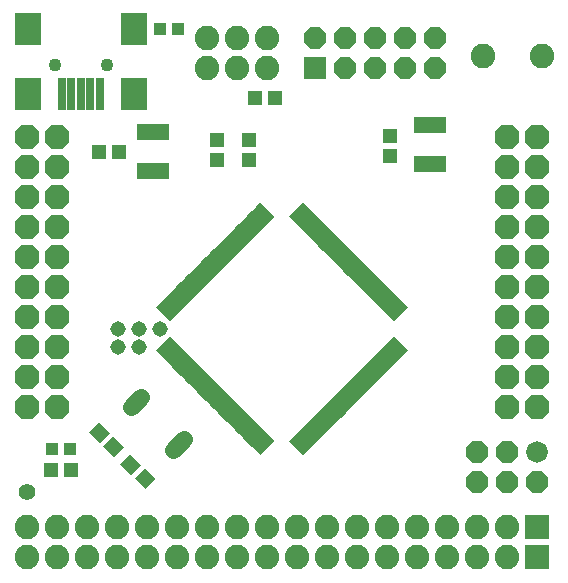
<source format=gts>
G75*
G70*
%OFA0B0*%
%FSLAX24Y24*%
%IPPOS*%
%LPD*%
%AMOC8*
5,1,8,0,0,1.08239X$1,22.5*
%
%ADD10R,0.0671X0.0218*%
%ADD11R,0.0218X0.0671*%
%ADD12C,0.0560*%
%ADD13C,0.0720*%
%ADD14OC8,0.0720*%
%ADD15R,0.0720X0.0720*%
%ADD16R,0.0277X0.1064*%
%ADD17R,0.0867X0.1064*%
%ADD18C,0.0434*%
%ADD19R,0.0513X0.0474*%
%ADD20R,0.0474X0.0513*%
%ADD21R,0.0395X0.0395*%
%ADD22R,0.1064X0.0552*%
%ADD23C,0.0820*%
%ADD24OC8,0.0820*%
%ADD25R,0.0820X0.0820*%
%ADD26C,0.0517*%
%ADD27C,0.0556*%
D10*
G36*
X007563Y007643D02*
X007091Y007171D01*
X006937Y007325D01*
X007409Y007797D01*
X007563Y007643D01*
G37*
G36*
X007702Y007504D02*
X007230Y007032D01*
X007076Y007186D01*
X007548Y007658D01*
X007702Y007504D01*
G37*
G36*
X007842Y007365D02*
X007370Y006893D01*
X007216Y007047D01*
X007688Y007519D01*
X007842Y007365D01*
G37*
G36*
X007981Y007225D02*
X007509Y006753D01*
X007355Y006907D01*
X007827Y007379D01*
X007981Y007225D01*
G37*
G36*
X008120Y007086D02*
X007648Y006614D01*
X007494Y006768D01*
X007966Y007240D01*
X008120Y007086D01*
G37*
G36*
X008259Y006947D02*
X007787Y006475D01*
X007633Y006629D01*
X008105Y007101D01*
X008259Y006947D01*
G37*
G36*
X008398Y006808D02*
X007926Y006336D01*
X007772Y006490D01*
X008244Y006962D01*
X008398Y006808D01*
G37*
G36*
X008538Y006669D02*
X008066Y006197D01*
X007912Y006351D01*
X008384Y006823D01*
X008538Y006669D01*
G37*
G36*
X008677Y006529D02*
X008205Y006057D01*
X008051Y006211D01*
X008523Y006683D01*
X008677Y006529D01*
G37*
G36*
X008816Y006390D02*
X008344Y005918D01*
X008190Y006072D01*
X008662Y006544D01*
X008816Y006390D01*
G37*
G36*
X008955Y006251D02*
X008483Y005779D01*
X008329Y005933D01*
X008801Y006405D01*
X008955Y006251D01*
G37*
G36*
X009094Y006112D02*
X008622Y005640D01*
X008468Y005794D01*
X008940Y006266D01*
X009094Y006112D01*
G37*
G36*
X009234Y005973D02*
X008762Y005501D01*
X008608Y005655D01*
X009080Y006127D01*
X009234Y005973D01*
G37*
G36*
X009373Y005833D02*
X008901Y005361D01*
X008747Y005515D01*
X009219Y005987D01*
X009373Y005833D01*
G37*
G36*
X009512Y005694D02*
X009040Y005222D01*
X008886Y005376D01*
X009358Y005848D01*
X009512Y005694D01*
G37*
G36*
X009651Y005555D02*
X009179Y005083D01*
X009025Y005237D01*
X009497Y005709D01*
X009651Y005555D01*
G37*
G36*
X009790Y005416D02*
X009318Y004944D01*
X009164Y005098D01*
X009636Y005570D01*
X009790Y005416D01*
G37*
G36*
X007424Y007782D02*
X006952Y007310D01*
X006798Y007464D01*
X007270Y007936D01*
X007424Y007782D01*
G37*
G36*
X007285Y007921D02*
X006813Y007449D01*
X006659Y007603D01*
X007131Y008075D01*
X007285Y007921D01*
G37*
G36*
X007146Y008061D02*
X006674Y007589D01*
X006520Y007743D01*
X006992Y008215D01*
X007146Y008061D01*
G37*
G36*
X007007Y008200D02*
X006535Y007728D01*
X006381Y007882D01*
X006853Y008354D01*
X007007Y008200D01*
G37*
G36*
X006867Y008339D02*
X006395Y007867D01*
X006241Y008021D01*
X006713Y008493D01*
X006867Y008339D01*
G37*
G36*
X006728Y008478D02*
X006256Y008006D01*
X006102Y008160D01*
X006574Y008632D01*
X006728Y008478D01*
G37*
G36*
X006589Y008617D02*
X006117Y008145D01*
X005963Y008299D01*
X006435Y008771D01*
X006589Y008617D01*
G37*
G36*
X006450Y008757D02*
X005978Y008285D01*
X005824Y008439D01*
X006296Y008911D01*
X006450Y008757D01*
G37*
G36*
X011043Y013072D02*
X010571Y012600D01*
X010417Y012754D01*
X010889Y013226D01*
X011043Y013072D01*
G37*
G36*
X011182Y012932D02*
X010710Y012460D01*
X010556Y012614D01*
X011028Y013086D01*
X011182Y012932D01*
G37*
G36*
X011322Y012793D02*
X010850Y012321D01*
X010696Y012475D01*
X011168Y012947D01*
X011322Y012793D01*
G37*
G36*
X011461Y012654D02*
X010989Y012182D01*
X010835Y012336D01*
X011307Y012808D01*
X011461Y012654D01*
G37*
G36*
X011600Y012515D02*
X011128Y012043D01*
X010974Y012197D01*
X011446Y012669D01*
X011600Y012515D01*
G37*
G36*
X011739Y012376D02*
X011267Y011904D01*
X011113Y012058D01*
X011585Y012530D01*
X011739Y012376D01*
G37*
G36*
X011878Y012236D02*
X011406Y011764D01*
X011252Y011918D01*
X011724Y012390D01*
X011878Y012236D01*
G37*
G36*
X012017Y012097D02*
X011545Y011625D01*
X011391Y011779D01*
X011863Y012251D01*
X012017Y012097D01*
G37*
G36*
X012157Y011958D02*
X011685Y011486D01*
X011531Y011640D01*
X012003Y012112D01*
X012157Y011958D01*
G37*
G36*
X012296Y011819D02*
X011824Y011347D01*
X011670Y011501D01*
X012142Y011973D01*
X012296Y011819D01*
G37*
G36*
X012435Y011680D02*
X011963Y011208D01*
X011809Y011362D01*
X012281Y011834D01*
X012435Y011680D01*
G37*
G36*
X012574Y011540D02*
X012102Y011068D01*
X011948Y011222D01*
X012420Y011694D01*
X012574Y011540D01*
G37*
G36*
X012713Y011401D02*
X012241Y010929D01*
X012087Y011083D01*
X012559Y011555D01*
X012713Y011401D01*
G37*
G36*
X012853Y011262D02*
X012381Y010790D01*
X012227Y010944D01*
X012699Y011416D01*
X012853Y011262D01*
G37*
G36*
X012992Y011123D02*
X012520Y010651D01*
X012366Y010805D01*
X012838Y011277D01*
X012992Y011123D01*
G37*
G36*
X013131Y010984D02*
X012659Y010512D01*
X012505Y010666D01*
X012977Y011138D01*
X013131Y010984D01*
G37*
G36*
X013270Y010844D02*
X012798Y010372D01*
X012644Y010526D01*
X013116Y010998D01*
X013270Y010844D01*
G37*
G36*
X013409Y010705D02*
X012937Y010233D01*
X012783Y010387D01*
X013255Y010859D01*
X013409Y010705D01*
G37*
G36*
X013549Y010566D02*
X013077Y010094D01*
X012923Y010248D01*
X013395Y010720D01*
X013549Y010566D01*
G37*
G36*
X013688Y010427D02*
X013216Y009955D01*
X013062Y010109D01*
X013534Y010581D01*
X013688Y010427D01*
G37*
G36*
X013827Y010288D02*
X013355Y009816D01*
X013201Y009970D01*
X013673Y010442D01*
X013827Y010288D01*
G37*
G36*
X013966Y010148D02*
X013494Y009676D01*
X013340Y009830D01*
X013812Y010302D01*
X013966Y010148D01*
G37*
G36*
X014105Y010009D02*
X013633Y009537D01*
X013479Y009691D01*
X013951Y010163D01*
X014105Y010009D01*
G37*
G36*
X014245Y009870D02*
X013773Y009398D01*
X013619Y009552D01*
X014091Y010024D01*
X014245Y009870D01*
G37*
G36*
X010904Y013211D02*
X010432Y012739D01*
X010278Y012893D01*
X010750Y013365D01*
X010904Y013211D01*
G37*
D11*
G36*
X009790Y012893D02*
X009636Y012739D01*
X009164Y013211D01*
X009318Y013365D01*
X009790Y012893D01*
G37*
G36*
X009651Y012754D02*
X009497Y012600D01*
X009025Y013072D01*
X009179Y013226D01*
X009651Y012754D01*
G37*
G36*
X009512Y012614D02*
X009358Y012460D01*
X008886Y012932D01*
X009040Y013086D01*
X009512Y012614D01*
G37*
G36*
X009373Y012475D02*
X009219Y012321D01*
X008747Y012793D01*
X008901Y012947D01*
X009373Y012475D01*
G37*
G36*
X009234Y012336D02*
X009080Y012182D01*
X008608Y012654D01*
X008762Y012808D01*
X009234Y012336D01*
G37*
G36*
X009094Y012197D02*
X008940Y012043D01*
X008468Y012515D01*
X008622Y012669D01*
X009094Y012197D01*
G37*
G36*
X008955Y012058D02*
X008801Y011904D01*
X008329Y012376D01*
X008483Y012530D01*
X008955Y012058D01*
G37*
G36*
X008816Y011918D02*
X008662Y011764D01*
X008190Y012236D01*
X008344Y012390D01*
X008816Y011918D01*
G37*
G36*
X008677Y011779D02*
X008523Y011625D01*
X008051Y012097D01*
X008205Y012251D01*
X008677Y011779D01*
G37*
G36*
X008538Y011640D02*
X008384Y011486D01*
X007912Y011958D01*
X008066Y012112D01*
X008538Y011640D01*
G37*
G36*
X008398Y011501D02*
X008244Y011347D01*
X007772Y011819D01*
X007926Y011973D01*
X008398Y011501D01*
G37*
G36*
X008259Y011362D02*
X008105Y011208D01*
X007633Y011680D01*
X007787Y011834D01*
X008259Y011362D01*
G37*
G36*
X008120Y011222D02*
X007966Y011068D01*
X007494Y011540D01*
X007648Y011694D01*
X008120Y011222D01*
G37*
G36*
X007981Y011083D02*
X007827Y010929D01*
X007355Y011401D01*
X007509Y011555D01*
X007981Y011083D01*
G37*
G36*
X007842Y010944D02*
X007688Y010790D01*
X007216Y011262D01*
X007370Y011416D01*
X007842Y010944D01*
G37*
G36*
X007702Y010805D02*
X007548Y010651D01*
X007076Y011123D01*
X007230Y011277D01*
X007702Y010805D01*
G37*
G36*
X007563Y010666D02*
X007409Y010512D01*
X006937Y010984D01*
X007091Y011138D01*
X007563Y010666D01*
G37*
G36*
X007424Y010526D02*
X007270Y010372D01*
X006798Y010844D01*
X006952Y010998D01*
X007424Y010526D01*
G37*
G36*
X007285Y010387D02*
X007131Y010233D01*
X006659Y010705D01*
X006813Y010859D01*
X007285Y010387D01*
G37*
G36*
X007146Y010248D02*
X006992Y010094D01*
X006520Y010566D01*
X006674Y010720D01*
X007146Y010248D01*
G37*
G36*
X007007Y010109D02*
X006853Y009955D01*
X006381Y010427D01*
X006535Y010581D01*
X007007Y010109D01*
G37*
G36*
X006867Y009970D02*
X006713Y009816D01*
X006241Y010288D01*
X006395Y010442D01*
X006867Y009970D01*
G37*
G36*
X006728Y009830D02*
X006574Y009676D01*
X006102Y010148D01*
X006256Y010302D01*
X006728Y009830D01*
G37*
G36*
X006589Y009691D02*
X006435Y009537D01*
X005963Y010009D01*
X006117Y010163D01*
X006589Y009691D01*
G37*
G36*
X006450Y009552D02*
X006296Y009398D01*
X005824Y009870D01*
X005978Y010024D01*
X006450Y009552D01*
G37*
G36*
X011043Y005237D02*
X010889Y005083D01*
X010417Y005555D01*
X010571Y005709D01*
X011043Y005237D01*
G37*
G36*
X011182Y005376D02*
X011028Y005222D01*
X010556Y005694D01*
X010710Y005848D01*
X011182Y005376D01*
G37*
G36*
X011322Y005515D02*
X011168Y005361D01*
X010696Y005833D01*
X010850Y005987D01*
X011322Y005515D01*
G37*
G36*
X011461Y005655D02*
X011307Y005501D01*
X010835Y005973D01*
X010989Y006127D01*
X011461Y005655D01*
G37*
G36*
X011600Y005794D02*
X011446Y005640D01*
X010974Y006112D01*
X011128Y006266D01*
X011600Y005794D01*
G37*
G36*
X011739Y005933D02*
X011585Y005779D01*
X011113Y006251D01*
X011267Y006405D01*
X011739Y005933D01*
G37*
G36*
X011878Y006072D02*
X011724Y005918D01*
X011252Y006390D01*
X011406Y006544D01*
X011878Y006072D01*
G37*
G36*
X012017Y006211D02*
X011863Y006057D01*
X011391Y006529D01*
X011545Y006683D01*
X012017Y006211D01*
G37*
G36*
X012157Y006351D02*
X012003Y006197D01*
X011531Y006669D01*
X011685Y006823D01*
X012157Y006351D01*
G37*
G36*
X012296Y006490D02*
X012142Y006336D01*
X011670Y006808D01*
X011824Y006962D01*
X012296Y006490D01*
G37*
G36*
X012435Y006629D02*
X012281Y006475D01*
X011809Y006947D01*
X011963Y007101D01*
X012435Y006629D01*
G37*
G36*
X012574Y006768D02*
X012420Y006614D01*
X011948Y007086D01*
X012102Y007240D01*
X012574Y006768D01*
G37*
G36*
X012713Y006907D02*
X012559Y006753D01*
X012087Y007225D01*
X012241Y007379D01*
X012713Y006907D01*
G37*
G36*
X012853Y007047D02*
X012699Y006893D01*
X012227Y007365D01*
X012381Y007519D01*
X012853Y007047D01*
G37*
G36*
X012992Y007186D02*
X012838Y007032D01*
X012366Y007504D01*
X012520Y007658D01*
X012992Y007186D01*
G37*
G36*
X013131Y007325D02*
X012977Y007171D01*
X012505Y007643D01*
X012659Y007797D01*
X013131Y007325D01*
G37*
G36*
X013270Y007464D02*
X013116Y007310D01*
X012644Y007782D01*
X012798Y007936D01*
X013270Y007464D01*
G37*
G36*
X013409Y007603D02*
X013255Y007449D01*
X012783Y007921D01*
X012937Y008075D01*
X013409Y007603D01*
G37*
G36*
X013549Y007743D02*
X013395Y007589D01*
X012923Y008061D01*
X013077Y008215D01*
X013549Y007743D01*
G37*
G36*
X013688Y007882D02*
X013534Y007728D01*
X013062Y008200D01*
X013216Y008354D01*
X013688Y007882D01*
G37*
G36*
X013827Y008021D02*
X013673Y007867D01*
X013201Y008339D01*
X013355Y008493D01*
X013827Y008021D01*
G37*
G36*
X013966Y008160D02*
X013812Y008006D01*
X013340Y008478D01*
X013494Y008632D01*
X013966Y008160D01*
G37*
G36*
X014105Y008299D02*
X013951Y008145D01*
X013479Y008617D01*
X013633Y008771D01*
X014105Y008299D01*
G37*
G36*
X014245Y008439D02*
X014091Y008285D01*
X013619Y008757D01*
X013773Y008911D01*
X014245Y008439D01*
G37*
G36*
X010904Y005098D02*
X010750Y004944D01*
X010278Y005416D01*
X010432Y005570D01*
X010904Y005098D01*
G37*
D12*
X006761Y005467D02*
X006422Y005128D01*
X005007Y006542D02*
X005347Y006881D01*
D13*
X018534Y005054D03*
D14*
X018534Y004054D03*
X017534Y004054D03*
X016534Y004054D03*
X016534Y005054D03*
X017534Y005054D03*
X015134Y017854D03*
X014134Y017854D03*
X013134Y017854D03*
X012134Y017854D03*
X012134Y018854D03*
X011134Y018854D03*
X013134Y018854D03*
X014134Y018854D03*
X015134Y018854D03*
D15*
X011134Y017854D03*
D16*
X003964Y016970D03*
X003649Y016970D03*
X003334Y016970D03*
X003019Y016970D03*
X002704Y016970D03*
D17*
X001563Y016970D03*
X001563Y019135D03*
X005106Y019135D03*
X005106Y016970D03*
D18*
X004200Y017954D03*
X002468Y017954D03*
D19*
X003950Y015054D03*
X004619Y015054D03*
X009150Y016854D03*
X009819Y016854D03*
G36*
X003961Y005343D02*
X003600Y005704D01*
X003935Y006039D01*
X004296Y005678D01*
X003961Y005343D01*
G37*
G36*
X004434Y004870D02*
X004073Y005231D01*
X004408Y005566D01*
X004769Y005205D01*
X004434Y004870D01*
G37*
G36*
X004985Y004989D02*
X005346Y004628D01*
X005011Y004293D01*
X004650Y004654D01*
X004985Y004989D01*
G37*
G36*
X005458Y004516D02*
X005819Y004155D01*
X005484Y003820D01*
X005123Y004181D01*
X005458Y004516D01*
G37*
X003019Y004454D03*
X002350Y004454D03*
D20*
X007884Y014770D03*
X007884Y015439D03*
X008934Y015439D03*
X008934Y014770D03*
X013634Y014920D03*
X013634Y015589D03*
D21*
X006579Y019154D03*
X005989Y019154D03*
X002979Y005154D03*
X002389Y005154D03*
D22*
X005734Y014405D03*
X005734Y015704D03*
X014984Y015954D03*
X014984Y014655D03*
D23*
X001534Y001554D03*
X002534Y001554D03*
X003534Y001554D03*
X004534Y001554D03*
X005534Y001554D03*
X006534Y001554D03*
X007534Y001554D03*
X008534Y001554D03*
X009534Y001554D03*
X010534Y001554D03*
X011534Y001554D03*
X012534Y001554D03*
X013534Y001554D03*
X014534Y001554D03*
X015534Y001554D03*
X016534Y001554D03*
X017534Y001554D03*
X017534Y002554D03*
X016534Y002554D03*
X015534Y002554D03*
X014534Y002554D03*
X013534Y002554D03*
X012534Y002554D03*
X011534Y002554D03*
X010534Y002554D03*
X009534Y002554D03*
X008534Y002554D03*
X007534Y002554D03*
X006534Y002554D03*
X005534Y002554D03*
X004534Y002554D03*
X003534Y002554D03*
X002534Y002554D03*
X001534Y002554D03*
X007534Y017854D03*
X008534Y017854D03*
X009534Y017854D03*
X009534Y018854D03*
X008534Y018854D03*
X007534Y018854D03*
X016754Y018254D03*
X018714Y018254D03*
D24*
X018534Y015554D03*
X018534Y014554D03*
X018534Y013554D03*
X018534Y012554D03*
X018534Y011554D03*
X018534Y010554D03*
X018534Y009554D03*
X018534Y008554D03*
X018534Y007554D03*
X018534Y006554D03*
X017534Y006554D03*
X017534Y007554D03*
X017534Y008554D03*
X017534Y009554D03*
X017534Y010554D03*
X017534Y011554D03*
X017534Y012554D03*
X017534Y013554D03*
X017534Y014554D03*
X017534Y015554D03*
X002534Y015554D03*
X002534Y014554D03*
X002534Y013554D03*
X002534Y012554D03*
X002534Y011554D03*
X002534Y010554D03*
X002534Y009554D03*
X002534Y008554D03*
X002534Y007554D03*
X002534Y006554D03*
X001534Y006554D03*
X001534Y007554D03*
X001534Y008554D03*
X001534Y009554D03*
X001534Y010554D03*
X001534Y011554D03*
X001534Y012554D03*
X001534Y013554D03*
X001534Y014554D03*
X001534Y015554D03*
D25*
X018534Y002554D03*
X018534Y001554D03*
D26*
X005984Y009154D03*
X005284Y009154D03*
X005284Y008554D03*
X004584Y008554D03*
X004584Y009154D03*
D27*
X001534Y003704D03*
M02*

</source>
